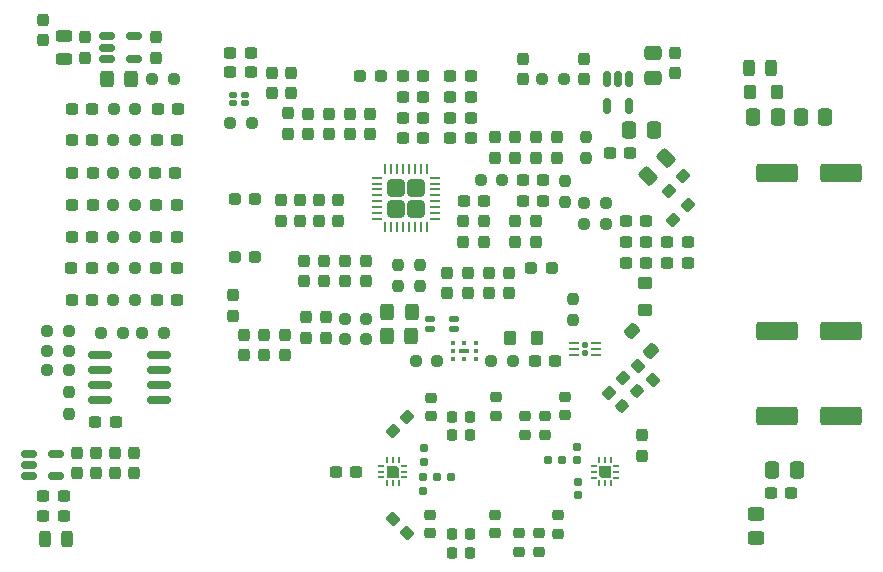
<source format=gbr>
%TF.GenerationSoftware,KiCad,Pcbnew,8.0.9-8.0.9-0~ubuntu22.04.1*%
%TF.CreationDate,2026-02-07T13:51:36+01:00*%
%TF.ProjectId,HW_0008_PrestoLO_rev01b,48575f30-3030-4385-9f50-726573746f4c,rev?*%
%TF.SameCoordinates,Original*%
%TF.FileFunction,Paste,Top*%
%TF.FilePolarity,Positive*%
%FSLAX46Y46*%
G04 Gerber Fmt 4.6, Leading zero omitted, Abs format (unit mm)*
G04 Created by KiCad (PCBNEW 8.0.9-8.0.9-0~ubuntu22.04.1) date 2026-02-07 13:51:36*
%MOMM*%
%LPD*%
G01*
G04 APERTURE LIST*
G04 Aperture macros list*
%AMRoundRect*
0 Rectangle with rounded corners*
0 $1 Rounding radius*
0 $2 $3 $4 $5 $6 $7 $8 $9 X,Y pos of 4 corners*
0 Add a 4 corners polygon primitive as box body*
4,1,4,$2,$3,$4,$5,$6,$7,$8,$9,$2,$3,0*
0 Add four circle primitives for the rounded corners*
1,1,$1+$1,$2,$3*
1,1,$1+$1,$4,$5*
1,1,$1+$1,$6,$7*
1,1,$1+$1,$8,$9*
0 Add four rect primitives between the rounded corners*
20,1,$1+$1,$2,$3,$4,$5,0*
20,1,$1+$1,$4,$5,$6,$7,0*
20,1,$1+$1,$6,$7,$8,$9,0*
20,1,$1+$1,$8,$9,$2,$3,0*%
%AMOutline5P*
0 Free polygon, 5 corners , with rotation*
0 The origin of the aperture is its center*
0 number of corners: always 5*
0 $1 to $10 corner X, Y*
0 $11 Rotation angle, in degrees counterclockwise*
0 create outline with 5 corners*
4,1,5,$1,$2,$3,$4,$5,$6,$7,$8,$9,$10,$1,$2,$11*%
%AMOutline6P*
0 Free polygon, 6 corners , with rotation*
0 The origin of the aperture is its center*
0 number of corners: always 6*
0 $1 to $12 corner X, Y*
0 $13 Rotation angle, in degrees counterclockwise*
0 create outline with 6 corners*
4,1,6,$1,$2,$3,$4,$5,$6,$7,$8,$9,$10,$11,$12,$1,$2,$13*%
%AMOutline7P*
0 Free polygon, 7 corners , with rotation*
0 The origin of the aperture is its center*
0 number of corners: always 7*
0 $1 to $14 corner X, Y*
0 $15 Rotation angle, in degrees counterclockwise*
0 create outline with 7 corners*
4,1,7,$1,$2,$3,$4,$5,$6,$7,$8,$9,$10,$11,$12,$13,$14,$1,$2,$15*%
%AMOutline8P*
0 Free polygon, 8 corners , with rotation*
0 The origin of the aperture is its center*
0 number of corners: always 8*
0 $1 to $16 corner X, Y*
0 $17 Rotation angle, in degrees counterclockwise*
0 create outline with 8 corners*
4,1,8,$1,$2,$3,$4,$5,$6,$7,$8,$9,$10,$11,$12,$13,$14,$15,$16,$1,$2,$17*%
G04 Aperture macros list end*
%ADD10RoundRect,0.237500X0.237500X-0.300000X0.237500X0.300000X-0.237500X0.300000X-0.237500X-0.300000X0*%
%ADD11RoundRect,0.237500X-0.250000X-0.237500X0.250000X-0.237500X0.250000X0.237500X-0.250000X0.237500X0*%
%ADD12RoundRect,0.237500X0.300000X0.237500X-0.300000X0.237500X-0.300000X-0.237500X0.300000X-0.237500X0*%
%ADD13RoundRect,0.237500X-0.300000X-0.237500X0.300000X-0.237500X0.300000X0.237500X-0.300000X0.237500X0*%
%ADD14RoundRect,0.155000X-0.155000X0.212500X-0.155000X-0.212500X0.155000X-0.212500X0.155000X0.212500X0*%
%ADD15RoundRect,0.237500X-0.237500X0.300000X-0.237500X-0.300000X0.237500X-0.300000X0.237500X0.300000X0*%
%ADD16RoundRect,0.225000X-0.250000X0.225000X-0.250000X-0.225000X0.250000X-0.225000X0.250000X0.225000X0*%
%ADD17RoundRect,0.250000X0.275000X0.350000X-0.275000X0.350000X-0.275000X-0.350000X0.275000X-0.350000X0*%
%ADD18RoundRect,0.237500X0.044194X0.380070X-0.380070X-0.044194X-0.044194X-0.380070X0.380070X0.044194X0*%
%ADD19RoundRect,0.250000X-0.325000X-0.450000X0.325000X-0.450000X0.325000X0.450000X-0.325000X0.450000X0*%
%ADD20RoundRect,0.237500X0.250000X0.237500X-0.250000X0.237500X-0.250000X-0.237500X0.250000X-0.237500X0*%
%ADD21RoundRect,0.237500X0.237500X-0.250000X0.237500X0.250000X-0.237500X0.250000X-0.237500X-0.250000X0*%
%ADD22RoundRect,0.237500X-0.237500X0.287500X-0.237500X-0.287500X0.237500X-0.287500X0.237500X0.287500X0*%
%ADD23RoundRect,0.237500X-0.237500X0.250000X-0.237500X-0.250000X0.237500X-0.250000X0.237500X0.250000X0*%
%ADD24RoundRect,0.225000X0.250000X-0.225000X0.250000X0.225000X-0.250000X0.225000X-0.250000X-0.225000X0*%
%ADD25RoundRect,0.250000X-1.500000X-0.550000X1.500000X-0.550000X1.500000X0.550000X-1.500000X0.550000X0*%
%ADD26RoundRect,0.250000X-0.475000X0.337500X-0.475000X-0.337500X0.475000X-0.337500X0.475000X0.337500X0*%
%ADD27RoundRect,0.218750X-0.256250X0.218750X-0.256250X-0.218750X0.256250X-0.218750X0.256250X0.218750X0*%
%ADD28RoundRect,0.250000X0.337500X0.475000X-0.337500X0.475000X-0.337500X-0.475000X0.337500X-0.475000X0*%
%ADD29RoundRect,0.250000X0.350000X-0.275000X0.350000X0.275000X-0.350000X0.275000X-0.350000X-0.275000X0*%
%ADD30RoundRect,0.250000X-0.337500X-0.475000X0.337500X-0.475000X0.337500X0.475000X-0.337500X0.475000X0*%
%ADD31RoundRect,0.125000X0.325000X0.125000X-0.325000X0.125000X-0.325000X-0.125000X0.325000X-0.125000X0*%
%ADD32RoundRect,0.218750X0.218750X0.256250X-0.218750X0.256250X-0.218750X-0.256250X0.218750X-0.256250X0*%
%ADD33RoundRect,0.243750X0.243750X0.456250X-0.243750X0.456250X-0.243750X-0.456250X0.243750X-0.456250X0*%
%ADD34RoundRect,0.237500X0.008839X0.344715X-0.344715X-0.008839X-0.008839X-0.344715X0.344715X0.008839X0*%
%ADD35RoundRect,0.237500X-0.035355X-0.371231X0.371231X0.035355X0.035355X0.371231X-0.371231X-0.035355X0*%
%ADD36RoundRect,0.150000X-0.512500X-0.150000X0.512500X-0.150000X0.512500X0.150000X-0.512500X0.150000X0*%
%ADD37RoundRect,0.250000X-0.097227X0.574524X-0.574524X0.097227X0.097227X-0.574524X0.574524X-0.097227X0*%
%ADD38RoundRect,0.155000X0.155000X-0.212500X0.155000X0.212500X-0.155000X0.212500X-0.155000X-0.212500X0*%
%ADD39R,0.400000X0.400000*%
%ADD40R,0.900000X0.400000*%
%ADD41RoundRect,0.237500X-0.287500X-0.237500X0.287500X-0.237500X0.287500X0.237500X-0.287500X0.237500X0*%
%ADD42RoundRect,0.120000X-0.120000X-0.155000X0.120000X-0.155000X0.120000X0.155000X-0.120000X0.155000X0*%
%ADD43RoundRect,0.062500X-0.375000X-0.062500X0.375000X-0.062500X0.375000X0.062500X-0.375000X0.062500X0*%
%ADD44RoundRect,0.225000X-0.225000X-0.250000X0.225000X-0.250000X0.225000X0.250000X-0.225000X0.250000X0*%
%ADD45RoundRect,0.237500X0.380070X-0.044194X-0.044194X0.380070X-0.380070X0.044194X0.044194X-0.380070X0*%
%ADD46RoundRect,0.160000X-0.197500X-0.160000X0.197500X-0.160000X0.197500X0.160000X-0.197500X0.160000X0*%
%ADD47RoundRect,0.160000X0.197500X0.160000X-0.197500X0.160000X-0.197500X-0.160000X0.197500X-0.160000X0*%
%ADD48RoundRect,0.062500X-0.062500X-0.175000X0.062500X-0.175000X0.062500X0.175000X-0.062500X0.175000X0*%
%ADD49RoundRect,0.062500X-0.175000X0.062500X-0.175000X-0.062500X0.175000X-0.062500X0.175000X0.062500X0*%
%ADD50Outline5P,-0.500000X0.300000X-0.300000X0.500000X0.500000X0.500000X0.500000X-0.500000X-0.500000X-0.500000X270.000000*%
%ADD51RoundRect,0.150000X-0.150000X0.512500X-0.150000X-0.512500X0.150000X-0.512500X0.150000X0.512500X0*%
%ADD52RoundRect,0.062500X0.062500X0.175000X-0.062500X0.175000X-0.062500X-0.175000X0.062500X-0.175000X0*%
%ADD53RoundRect,0.062500X0.175000X-0.062500X0.175000X0.062500X-0.175000X0.062500X-0.175000X-0.062500X0*%
%ADD54Outline5P,-0.500000X0.300000X-0.300000X0.500000X0.500000X0.500000X0.500000X-0.500000X-0.500000X-0.500000X90.000000*%
%ADD55RoundRect,0.237500X0.287500X0.237500X-0.287500X0.237500X-0.287500X-0.237500X0.287500X-0.237500X0*%
%ADD56RoundRect,0.250000X0.441942X0.053033X0.053033X0.441942X-0.441942X-0.053033X-0.053033X-0.441942X0*%
%ADD57RoundRect,0.250000X0.450000X-0.325000X0.450000X0.325000X-0.450000X0.325000X-0.450000X-0.325000X0*%
%ADD58RoundRect,0.243750X0.456250X-0.243750X0.456250X0.243750X-0.456250X0.243750X-0.456250X-0.243750X0*%
%ADD59RoundRect,0.125000X0.175000X0.125000X-0.175000X0.125000X-0.175000X-0.125000X0.175000X-0.125000X0*%
%ADD60RoundRect,0.250000X-0.480000X-0.480000X0.480000X-0.480000X0.480000X0.480000X-0.480000X0.480000X0*%
%ADD61RoundRect,0.062500X-0.350000X-0.062500X0.350000X-0.062500X0.350000X0.062500X-0.350000X0.062500X0*%
%ADD62RoundRect,0.062500X-0.062500X-0.350000X0.062500X-0.350000X0.062500X0.350000X-0.062500X0.350000X0*%
%ADD63RoundRect,0.150000X0.825000X0.150000X-0.825000X0.150000X-0.825000X-0.150000X0.825000X-0.150000X0*%
G04 APERTURE END LIST*
D10*
%TO.C,C39*%
X98800000Y-54462500D03*
X98800000Y-52737500D03*
%TD*%
%TO.C,C26*%
X99100000Y-59600000D03*
X99100000Y-57875000D03*
%TD*%
%TO.C,C14*%
X83100000Y-75862500D03*
X83100000Y-74137500D03*
%TD*%
D11*
%TO.C,R18*%
X122837500Y-53000000D03*
X124662500Y-53000000D03*
%TD*%
D12*
%TO.C,C98*%
X131612500Y-58000000D03*
X129887500Y-58000000D03*
%TD*%
D13*
%TO.C,C58*%
X111500000Y-45750000D03*
X113225000Y-45750000D03*
%TD*%
D11*
%TO.C,R21*%
X102587500Y-64500000D03*
X104412500Y-64500000D03*
%TD*%
D14*
%TO.C,C85*%
X109250000Y-73732500D03*
X109250000Y-74867500D03*
%TD*%
D15*
%TO.C,C105*%
X98000000Y-41937500D03*
X98000000Y-43662500D03*
%TD*%
D16*
%TO.C,C69*%
X121250000Y-69400000D03*
X121250000Y-70950000D03*
%TD*%
D15*
%TO.C,C83*%
X130500000Y-40237500D03*
X130500000Y-41962500D03*
%TD*%
D14*
%TO.C,C52*%
X122200000Y-73582500D03*
X122200000Y-74717500D03*
%TD*%
D13*
%TO.C,C61*%
X111500000Y-44000000D03*
X113225000Y-44000000D03*
%TD*%
D10*
%TO.C,C46*%
X97200000Y-54462500D03*
X97200000Y-52737500D03*
%TD*%
D15*
%TO.C,C60*%
X101000000Y-62637500D03*
X101000000Y-64362500D03*
%TD*%
D17*
%TO.C,L7*%
X118850000Y-64400000D03*
X116550000Y-64400000D03*
%TD*%
D18*
%TO.C,C95*%
X131209880Y-50690120D03*
X129990120Y-51909880D03*
%TD*%
D19*
%TO.C,D1*%
X82450000Y-42500000D03*
X84500000Y-42500000D03*
%TD*%
D20*
%TO.C,R109*%
X110412500Y-66300000D03*
X108587500Y-66300000D03*
%TD*%
D21*
%TO.C,R32*%
X79200000Y-70812500D03*
X79200000Y-68987500D03*
%TD*%
D22*
%TO.C,FB7*%
X97750000Y-45375000D03*
X97750000Y-47125000D03*
%TD*%
D20*
%TO.C,R17*%
X115912500Y-51000000D03*
X114087500Y-51000000D03*
%TD*%
D23*
%TO.C,R19*%
X107100000Y-58187500D03*
X107100000Y-60012500D03*
%TD*%
D11*
%TO.C,R110*%
X114987500Y-66300000D03*
X116812500Y-66300000D03*
%TD*%
D24*
%TO.C,C71*%
X119000000Y-82475000D03*
X119000000Y-80925000D03*
%TD*%
D11*
%TO.C,R6*%
X82975000Y-58500000D03*
X84800000Y-58500000D03*
%TD*%
D16*
%TO.C,C75*%
X115400000Y-69425000D03*
X115400000Y-70975000D03*
%TD*%
D10*
%TO.C,C24*%
X111250000Y-60612500D03*
X111250000Y-58887500D03*
%TD*%
D25*
%TO.C,C125*%
X139200000Y-71000000D03*
X144600000Y-71000000D03*
%TD*%
D23*
%TO.C,R24*%
X121919700Y-61067800D03*
X121919700Y-62892800D03*
%TD*%
D21*
%TO.C,R12*%
X123000000Y-49162500D03*
X123000000Y-47337500D03*
%TD*%
D26*
%TO.C,C82*%
X128700000Y-40262500D03*
X128700000Y-42337500D03*
%TD*%
D27*
%TO.C,L1*%
X117300000Y-80912500D03*
X117300000Y-82487500D03*
%TD*%
D28*
%TO.C,C91*%
X128737500Y-46800000D03*
X126662500Y-46800000D03*
%TD*%
D29*
%TO.C,L8*%
X128000000Y-62000000D03*
X128000000Y-59700000D03*
%TD*%
D10*
%TO.C,C59*%
X117000000Y-56250000D03*
X117000000Y-54525000D03*
%TD*%
D12*
%TO.C,C33*%
X109225000Y-45750000D03*
X107500000Y-45750000D03*
%TD*%
D13*
%TO.C,C6*%
X79475000Y-45037500D03*
X81200000Y-45037500D03*
%TD*%
%TO.C,C111*%
X92887500Y-40300000D03*
X94612500Y-40300000D03*
%TD*%
D12*
%TO.C,C48*%
X109225000Y-42250000D03*
X107500000Y-42250000D03*
%TD*%
%TO.C,C103*%
X103562500Y-75700000D03*
X101837500Y-75700000D03*
%TD*%
D10*
%TO.C,C56*%
X118750000Y-56250000D03*
X118750000Y-54525000D03*
%TD*%
D30*
%TO.C,C123*%
X137162500Y-45700000D03*
X139237500Y-45700000D03*
%TD*%
D31*
%TO.C,TR1*%
X111824999Y-63624999D03*
X111824999Y-62824999D03*
X109824999Y-62824999D03*
X109824999Y-63624999D03*
%TD*%
D13*
%TO.C,C3*%
X79437500Y-47600000D03*
X81162500Y-47600000D03*
%TD*%
%TO.C,C57*%
X117637500Y-52750000D03*
X119362500Y-52750000D03*
%TD*%
D10*
%TO.C,C128*%
X79900000Y-75825000D03*
X79900000Y-74100000D03*
%TD*%
D12*
%TO.C,C15*%
X88362500Y-61200000D03*
X86637500Y-61200000D03*
%TD*%
D32*
%TO.C,L4*%
X113187500Y-71050000D03*
X111612500Y-71050000D03*
%TD*%
D13*
%TO.C,C55*%
X111500000Y-47500000D03*
X113225000Y-47500000D03*
%TD*%
D24*
%TO.C,C72*%
X117800000Y-72575000D03*
X117800000Y-71025000D03*
%TD*%
D33*
%TO.C,C1*%
X79037500Y-81400000D03*
X77162500Y-81400000D03*
%TD*%
D34*
%TO.C,R105*%
X127345235Y-68854765D03*
X126054765Y-70145235D03*
%TD*%
D11*
%TO.C,R2*%
X83012500Y-45037500D03*
X84837500Y-45037500D03*
%TD*%
%TO.C,R22*%
X102587500Y-62750000D03*
X104412500Y-62750000D03*
%TD*%
D35*
%TO.C,FB11*%
X130381282Y-54368718D03*
X131618718Y-53131282D03*
%TD*%
D36*
%TO.C,U9*%
X82462500Y-38850000D03*
X82462500Y-39800000D03*
X82462500Y-40750000D03*
X84737500Y-40750000D03*
X84737500Y-38850000D03*
%TD*%
D12*
%TO.C,C21*%
X88337500Y-53100000D03*
X86612500Y-53100000D03*
%TD*%
D15*
%TO.C,C28*%
X104750000Y-45387500D03*
X104750000Y-47112500D03*
%TD*%
%TO.C,C76*%
X99260000Y-62637500D03*
X99260000Y-64362500D03*
%TD*%
D10*
%TO.C,C30*%
X113000000Y-60612500D03*
X113000000Y-58887500D03*
%TD*%
D37*
%TO.C,C97*%
X129733623Y-49166377D03*
X128266377Y-50633623D03*
%TD*%
D12*
%TO.C,C64*%
X119362500Y-51000000D03*
X117637500Y-51000000D03*
%TD*%
D15*
%TO.C,C29*%
X120500000Y-47387500D03*
X120500000Y-49112500D03*
%TD*%
D10*
%TO.C,C47*%
X104350000Y-59600000D03*
X104350000Y-57875000D03*
%TD*%
D13*
%TO.C,C66*%
X111500000Y-42250000D03*
X113225000Y-42250000D03*
%TD*%
D11*
%TO.C,R14*%
X122837500Y-54750000D03*
X124662500Y-54750000D03*
%TD*%
D13*
%TO.C,C102*%
X126387500Y-54500000D03*
X128112500Y-54500000D03*
%TD*%
D38*
%TO.C,C118*%
X109200000Y-77317500D03*
X109200000Y-76182500D03*
%TD*%
D39*
%TO.C,TR101*%
X111750000Y-66200000D03*
X112700000Y-66200000D03*
X113650000Y-66200000D03*
X113650000Y-65500000D03*
X113650000Y-64800000D03*
X112700000Y-64800000D03*
X111750000Y-64800000D03*
X111750000Y-65500000D03*
D40*
X112700000Y-65500000D03*
%TD*%
D20*
%TO.C,R37*%
X83762500Y-63950000D03*
X81937500Y-63950000D03*
%TD*%
D41*
%TO.C,FB4*%
X93250000Y-52600000D03*
X95000000Y-52600000D03*
%TD*%
D10*
%TO.C,C40*%
X102600000Y-59600000D03*
X102600000Y-57875000D03*
%TD*%
D12*
%TO.C,C27*%
X109225000Y-47500000D03*
X107500000Y-47500000D03*
%TD*%
D13*
%TO.C,C7*%
X79425000Y-58500000D03*
X81150000Y-58500000D03*
%TD*%
D15*
%TO.C,C106*%
X77000000Y-37475000D03*
X77000000Y-39200000D03*
%TD*%
D22*
%TO.C,FB2*%
X93125000Y-60750000D03*
X93125000Y-62500000D03*
%TD*%
D13*
%TO.C,C93*%
X125037500Y-48700000D03*
X126762500Y-48700000D03*
%TD*%
D23*
%TO.C,R15*%
X121250000Y-51087500D03*
X121250000Y-52912500D03*
%TD*%
D15*
%TO.C,C49*%
X99500000Y-45387500D03*
X99500000Y-47112500D03*
%TD*%
D23*
%TO.C,R20*%
X108900000Y-58187500D03*
X108900000Y-60012500D03*
%TD*%
D28*
%TO.C,C122*%
X143237500Y-45700000D03*
X141162500Y-45700000D03*
%TD*%
D13*
%TO.C,C92*%
X92887500Y-41900000D03*
X94612500Y-41900000D03*
%TD*%
%TO.C,C100*%
X126387500Y-56250000D03*
X128112500Y-56250000D03*
%TD*%
D16*
%TO.C,C74*%
X115250000Y-79375000D03*
X115250000Y-80925000D03*
%TD*%
D10*
%TO.C,C73*%
X94000000Y-65862500D03*
X94000000Y-64137500D03*
%TD*%
D13*
%TO.C,C11*%
X79512500Y-53100000D03*
X81237500Y-53100000D03*
%TD*%
D12*
%TO.C,C8*%
X78762500Y-77800000D03*
X77037500Y-77800000D03*
%TD*%
D11*
%TO.C,R5*%
X82975000Y-55800000D03*
X84800000Y-55800000D03*
%TD*%
D15*
%TO.C,C84*%
X117700000Y-40737500D03*
X117700000Y-42462500D03*
%TD*%
%TO.C,C43*%
X117000000Y-47387500D03*
X117000000Y-49112500D03*
%TD*%
D10*
%TO.C,C18*%
X84700000Y-75862500D03*
X84700000Y-74137500D03*
%TD*%
D16*
%TO.C,C68*%
X120637500Y-79400000D03*
X120637500Y-80950000D03*
%TD*%
D13*
%TO.C,C10*%
X79437500Y-61200000D03*
X81162500Y-61200000D03*
%TD*%
D42*
%TO.C,U6*%
X122919700Y-64980300D03*
X122919700Y-65660300D03*
D43*
X121982200Y-64820300D03*
X121982200Y-65320300D03*
X121982200Y-65820300D03*
X123857200Y-65820300D03*
X123857200Y-65320300D03*
X123857200Y-64820300D03*
%TD*%
D12*
%TO.C,C5*%
X140362500Y-77500000D03*
X138637500Y-77500000D03*
%TD*%
D20*
%TO.C,R34*%
X87262500Y-63950000D03*
X85437500Y-63950000D03*
%TD*%
D44*
%TO.C,C78*%
X111637500Y-72575000D03*
X113187500Y-72575000D03*
%TD*%
D20*
%TO.C,R16*%
X88107500Y-42465000D03*
X86282500Y-42465000D03*
%TD*%
D44*
%TO.C,C77*%
X111650000Y-82575000D03*
X113200000Y-82575000D03*
%TD*%
D15*
%TO.C,C50*%
X115250000Y-47387500D03*
X115250000Y-49112500D03*
%TD*%
D11*
%TO.C,R23*%
X119287500Y-42500000D03*
X121112500Y-42500000D03*
%TD*%
D20*
%TO.C,R36*%
X79225000Y-67100000D03*
X77400000Y-67100000D03*
%TD*%
D45*
%TO.C,C121*%
X128659880Y-67959880D03*
X127440120Y-66740120D03*
%TD*%
D10*
%TO.C,C25*%
X102000000Y-54462500D03*
X102000000Y-52737500D03*
%TD*%
D46*
%TO.C,R101*%
X119805000Y-74700000D03*
X121000000Y-74700000D03*
%TD*%
D19*
%TO.C,L5*%
X106150000Y-64250000D03*
X108200000Y-64250000D03*
%TD*%
D15*
%TO.C,C35*%
X118750000Y-47387500D03*
X118750000Y-49112500D03*
%TD*%
D10*
%TO.C,C65*%
X95750000Y-65862500D03*
X95750000Y-64137500D03*
%TD*%
D45*
%TO.C,C120*%
X107834880Y-80909880D03*
X106615120Y-79690120D03*
%TD*%
D35*
%TO.C,L10*%
X124931282Y-69018718D03*
X126168718Y-67781282D03*
%TD*%
D13*
%TO.C,C96*%
X126387500Y-58000000D03*
X128112500Y-58000000D03*
%TD*%
D11*
%TO.C,R1*%
X82987500Y-61200000D03*
X84812500Y-61200000D03*
%TD*%
D28*
%TO.C,C2*%
X140837500Y-75600000D03*
X138762500Y-75600000D03*
%TD*%
D16*
%TO.C,C80*%
X109875000Y-69475000D03*
X109875000Y-71025000D03*
%TD*%
D10*
%TO.C,C16*%
X81500000Y-75862500D03*
X81500000Y-74137500D03*
%TD*%
D47*
%TO.C,R102*%
X111597500Y-76150000D03*
X110402500Y-76150000D03*
%TD*%
D12*
%TO.C,C99*%
X131612500Y-56250000D03*
X129887500Y-56250000D03*
%TD*%
D48*
%TO.C,U102*%
X107137500Y-74737500D03*
X106637500Y-74737500D03*
X106137500Y-74737500D03*
D49*
X105675000Y-75200000D03*
X105675000Y-75700000D03*
X105675000Y-76200000D03*
D48*
X106137500Y-76662500D03*
X106637500Y-76662500D03*
X107137500Y-76662500D03*
D49*
X107600000Y-76200000D03*
X107600000Y-75700000D03*
X107600000Y-75200000D03*
D50*
X106637500Y-75700000D03*
%TD*%
D10*
%TO.C,C45*%
X116500000Y-60612500D03*
X116500000Y-58887500D03*
%TD*%
D51*
%TO.C,U5*%
X126650000Y-42462500D03*
X125700000Y-42462500D03*
X124750000Y-42462500D03*
X124750000Y-44737500D03*
X126650000Y-44737500D03*
%TD*%
D11*
%TO.C,R3*%
X82962500Y-50400000D03*
X84787500Y-50400000D03*
%TD*%
D12*
%TO.C,C22*%
X88237500Y-50400000D03*
X86512500Y-50400000D03*
%TD*%
D52*
%TO.C,U101*%
X124100000Y-76675000D03*
X124600000Y-76675000D03*
X125100000Y-76675000D03*
D53*
X125562500Y-76212500D03*
X125562500Y-75712500D03*
X125562500Y-75212500D03*
D52*
X125100000Y-74750000D03*
X124600000Y-74750000D03*
X124100000Y-74750000D03*
D53*
X123637500Y-75212500D03*
X123637500Y-75712500D03*
X123637500Y-76212500D03*
D54*
X124600000Y-75712500D03*
%TD*%
D15*
%TO.C,C89*%
X122800000Y-40737500D03*
X122800000Y-42462500D03*
%TD*%
D11*
%TO.C,R33*%
X77387500Y-63800000D03*
X79212500Y-63800000D03*
%TD*%
D12*
%TO.C,C12*%
X88450000Y-44987500D03*
X86725000Y-44987500D03*
%TD*%
D25*
%TO.C,C126*%
X139200000Y-50400000D03*
X144600000Y-50400000D03*
%TD*%
D55*
%TO.C,FB3*%
X120125000Y-58500000D03*
X118375000Y-58500000D03*
%TD*%
D56*
%TO.C,L9*%
X128513173Y-65463173D03*
X126886827Y-63836827D03*
%TD*%
D13*
%TO.C,C9*%
X79487500Y-55800000D03*
X81212500Y-55800000D03*
%TD*%
D20*
%TO.C,R35*%
X79212500Y-65500000D03*
X77387500Y-65500000D03*
%TD*%
D57*
%TO.C,FB1*%
X137400000Y-81325000D03*
X137400000Y-79275000D03*
%TD*%
D58*
%TO.C,C109*%
X78800000Y-40737500D03*
X78800000Y-38862500D03*
%TD*%
D15*
%TO.C,C94*%
X127750000Y-72637500D03*
X127750000Y-74362500D03*
%TD*%
D41*
%TO.C,FB5*%
X93250000Y-57500000D03*
X95000000Y-57500000D03*
%TD*%
D32*
%TO.C,L3*%
X113187500Y-80950000D03*
X111612500Y-80950000D03*
%TD*%
D12*
%TO.C,C101*%
X83162500Y-71500000D03*
X81437500Y-71500000D03*
%TD*%
D25*
%TO.C,C124*%
X139200000Y-63800000D03*
X144600000Y-63800000D03*
%TD*%
D17*
%TO.C,FB12*%
X139150000Y-43600000D03*
X136850000Y-43600000D03*
%TD*%
D10*
%TO.C,C108*%
X86600000Y-40662500D03*
X86600000Y-38937500D03*
%TD*%
D18*
%TO.C,C119*%
X107834880Y-71040120D03*
X106615120Y-72259880D03*
%TD*%
D41*
%TO.C,FB6*%
X103875000Y-42250000D03*
X105625000Y-42250000D03*
%TD*%
D12*
%TO.C,C19*%
X88350000Y-58500000D03*
X86625000Y-58500000D03*
%TD*%
D59*
%TO.C,U8*%
X94100000Y-43800000D03*
X93100000Y-43800000D03*
X93100000Y-44500000D03*
X94100000Y-44500000D03*
%TD*%
D10*
%TO.C,C67*%
X112612500Y-56250000D03*
X112612500Y-54525000D03*
%TD*%
D36*
%TO.C,U1*%
X75825000Y-74200000D03*
X75825000Y-75150000D03*
X75825000Y-76100000D03*
X78100000Y-76100000D03*
X78100000Y-74200000D03*
%TD*%
D11*
%TO.C,R4*%
X82962500Y-53100000D03*
X84787500Y-53100000D03*
%TD*%
D12*
%TO.C,C4*%
X78762500Y-79500000D03*
X77037500Y-79500000D03*
%TD*%
D13*
%TO.C,C13*%
X79512500Y-50400000D03*
X81237500Y-50400000D03*
%TD*%
D60*
%TO.C,U2*%
X106875000Y-51687500D03*
X106875000Y-53437500D03*
X108625000Y-51687500D03*
X108625000Y-53437500D03*
D61*
X105312500Y-50812500D03*
X105312500Y-51312500D03*
X105312500Y-51812500D03*
X105312500Y-52312500D03*
X105312500Y-52812500D03*
X105312500Y-53312500D03*
X105312500Y-53812500D03*
X105312500Y-54312500D03*
D62*
X106000000Y-55000000D03*
X106500000Y-55000000D03*
X107000000Y-55000000D03*
X107500000Y-55000000D03*
X108000000Y-55000000D03*
X108500000Y-55000000D03*
X109000000Y-55000000D03*
X109500000Y-55000000D03*
D61*
X110187500Y-54312500D03*
X110187500Y-53812500D03*
X110187500Y-53312500D03*
X110187500Y-52812500D03*
X110187500Y-52312500D03*
X110187500Y-51812500D03*
X110187500Y-51312500D03*
X110187500Y-50812500D03*
D62*
X109500000Y-50125000D03*
X109000000Y-50125000D03*
X108500000Y-50125000D03*
X108000000Y-50125000D03*
X107500000Y-50125000D03*
X107000000Y-50125000D03*
X106500000Y-50125000D03*
X106000000Y-50125000D03*
%TD*%
D10*
%TO.C,C63*%
X97500000Y-65862500D03*
X97500000Y-64137500D03*
%TD*%
D11*
%TO.C,R7*%
X82987500Y-47600000D03*
X84812500Y-47600000D03*
%TD*%
D63*
%TO.C,U7*%
X86825000Y-69605000D03*
X86825000Y-68335000D03*
X86825000Y-67065000D03*
X86825000Y-65795000D03*
X81875000Y-65795000D03*
X81875000Y-67065000D03*
X81875000Y-68335000D03*
X81875000Y-69605000D03*
%TD*%
D15*
%TO.C,C42*%
X101250000Y-45387500D03*
X101250000Y-47112500D03*
%TD*%
D12*
%TO.C,C20*%
X88350000Y-55800000D03*
X86625000Y-55800000D03*
%TD*%
D10*
%TO.C,C31*%
X100400000Y-54462500D03*
X100400000Y-52737500D03*
%TD*%
D16*
%TO.C,C79*%
X109825000Y-79375000D03*
X109825000Y-80925000D03*
%TD*%
D38*
%TO.C,C53*%
X122350000Y-77717500D03*
X122350000Y-76582500D03*
%TD*%
D33*
%TO.C,C81*%
X138637500Y-41500000D03*
X136762500Y-41500000D03*
%TD*%
D13*
%TO.C,C86*%
X118637500Y-66300000D03*
X120362500Y-66300000D03*
%TD*%
D12*
%TO.C,C70*%
X114362500Y-52750000D03*
X112637500Y-52750000D03*
%TD*%
%TO.C,C17*%
X88362500Y-47600000D03*
X86637500Y-47600000D03*
%TD*%
D27*
%TO.C,L2*%
X119500000Y-71012500D03*
X119500000Y-72587500D03*
%TD*%
D10*
%TO.C,C62*%
X114362500Y-56250000D03*
X114362500Y-54525000D03*
%TD*%
D12*
%TO.C,C41*%
X109225000Y-44000000D03*
X107500000Y-44000000D03*
%TD*%
D15*
%TO.C,C104*%
X96400000Y-41937499D03*
X96400000Y-43662501D03*
%TD*%
D20*
%TO.C,R108*%
X94712500Y-46200000D03*
X92887500Y-46200000D03*
%TD*%
D19*
%TO.C,L6*%
X106175000Y-62200000D03*
X108225000Y-62200000D03*
%TD*%
D15*
%TO.C,C34*%
X103000000Y-45387500D03*
X103000000Y-47112500D03*
%TD*%
D10*
%TO.C,C38*%
X114750000Y-60612500D03*
X114750000Y-58887500D03*
%TD*%
%TO.C,C32*%
X100850000Y-59600000D03*
X100850000Y-57875000D03*
%TD*%
%TO.C,C107*%
X80600000Y-40662500D03*
X80600000Y-38937500D03*
%TD*%
M02*

</source>
